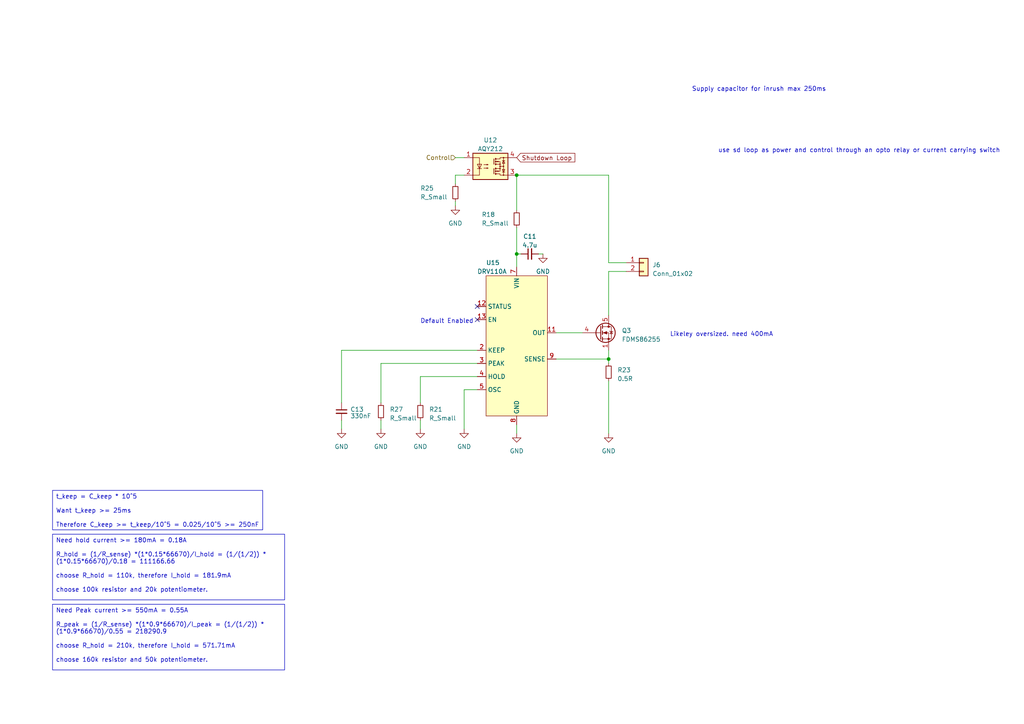
<source format=kicad_sch>
(kicad_sch (version 20230121) (generator eeschema)
  (paper "A4")
  (title_block (title "VehiclePrecharge") (date "2023-06-27") (rev "V1.0") (company "Niko Smith"))
  (lib_symbols
    (symbol "Connector_Generic:Conn_01x02" (pin_names (offset 1.016) hide)
      (property "Reference" "J" (at 0 2.54 0))
      (property "Value" "Conn_01x02" (at 0 -5.08 0))
      (symbol "Conn_01x02_1_1"
        (rectangle (start -1.27 -2.413) (end 0 -2.667) (stroke (width 0.1524)))
        (rectangle (start -1.27 0.127) (end 0 -0.127) (stroke (width 0.1524)))
        (rectangle (start -1.27 1.27) (end 1.27 -3.81) (stroke (width 0.254)) (fill (type background)))
        (pin passive line (at -5.08 0 0) (length 3.81) (name "Pin_1") (number "1"))
        (pin passive line (at -5.08 -2.54 0) (length 3.81) (name "Pin_2") (number "2"))
      )
    )
    (symbol "Device:C_Small" (pin_numbers hide) (pin_names (offset 0.254) hide)
      (property "Reference" "C" (at 0.254 1.778 0))
      (property "Value" "C_Small" (at 0.254 -2.032 0))
      (symbol "C_Small_0_1"
        (polyline (pts (xy -1.524 -0.508) (xy 1.524 -0.508)) (stroke (width 0.3302)))
        (polyline (pts (xy -1.524 0.508) (xy 1.524 0.508)) (stroke (width 0.3048)))
      )
      (symbol "C_Small_1_1"
        (pin passive line (at 0 2.54 270) (length 2.032) (name "~") (number "1"))
        (pin passive line (at 0 -2.54 90) (length 2.032) (name "~") (number "2"))
      )
    )
    (symbol "Device:R_Small" (pin_numbers hide) (pin_names (offset 0.254) hide)
      (property "Reference" "R" (at 0.762 0.508 0))
      (property "Value" "R_Small" (at 0.762 -1.016 0))
      (symbol "R_Small_0_1"
        (rectangle (start -0.762 1.778) (end 0.762 -1.778) (stroke (width 0.2032)))
      )
      (symbol "R_Small_1_1"
        (pin passive line (at 0 2.54 270) (length 0.762) (name "~") (number "1"))
        (pin passive line (at 0 -2.54 90) (length 0.762) (name "~") (number "2"))
      )
    )
    (symbol "Relay_SolidState:TLP175A"
      (property "Reference" "U5" (at 0 6.35 0))
      (property "Value" "TLP175A" (at 0 3.81 0))
      (symbol "TLP175A_0_1"
        (rectangle (start -5.08 3.81) (end 5.08 -3.81) (stroke (width 0.254)) (fill (type background)))
        (polyline (pts (xy -3.81 -0.635) (xy -2.54 -0.635)))
        (polyline (pts (xy 1.016 -0.635) (xy 1.016 -2.159)) (stroke (width 0.2032)))
        (polyline (pts (xy 1.016 2.159) (xy 1.016 0.635)) (stroke (width 0.2032)))
        (polyline (pts (xy 1.524 -0.508) (xy 1.524 -0.762)) (stroke (width 0.3556)))
        (polyline (pts (xy 2.794 0) (xy 3.81 0)))
        (polyline (pts (xy 3.429 -1.651) (xy 4.191 -1.651)))
        (polyline (pts (xy 3.429 1.651) (xy 4.191 1.651)))
        (polyline (pts (xy 3.81 -2.54) (xy 3.81 2.54)))
        (polyline (pts (xy 1.524 -2.032) (xy 1.524 -2.286) (xy 1.524 -2.286)) (stroke (width 0.3556)))
        (polyline (pts (xy 1.524 -1.27) (xy 1.524 -1.524) (xy 1.524 -1.524)) (stroke (width 0.3556)))
        (polyline (pts (xy 1.524 0.762) (xy 1.524 0.508) (xy 1.524 0.508)) (stroke (width 0.3556)))
        (polyline (pts (xy 1.524 1.524) (xy 1.524 1.27) (xy 1.524 1.27)) (stroke (width 0.3556)))
        (polyline (pts (xy 1.524 2.286) (xy 1.524 2.032) (xy 1.524 2.032)) (stroke (width 0.3556)))
        (polyline (pts (xy 1.651 -1.397) (xy 2.794 -1.397) (xy 2.794 -0.635)))
        (polyline (pts (xy 1.651 1.397) (xy 2.794 1.397) (xy 2.794 0.635)))
        (polyline (pts (xy -5.08 2.54) (xy -3.175 2.54) (xy -3.175 -2.54) (xy -5.08 -2.54)))
        (polyline (pts (xy -3.175 -0.635) (xy -3.81 0.635) (xy -2.54 0.635) (xy -3.175 -0.635)))
        (polyline (pts (xy 1.651 -2.159) (xy 2.794 -2.159) (xy 2.794 -2.54) (xy 5.08 -2.54)))
        (polyline (pts (xy 1.651 -0.635) (xy 2.794 -0.635) (xy 2.794 0.635) (xy 1.651 0.635)))
        (polyline (pts (xy 1.651 2.159) (xy 2.794 2.159) (xy 2.794 2.54) (xy 5.08 2.54)))
        (polyline (pts (xy 1.778 -1.397) (xy 2.286 -1.27) (xy 2.286 -1.524) (xy 1.778 -1.397)))
        (polyline (pts (xy 1.778 1.397) (xy 2.286 1.524) (xy 2.286 1.27) (xy 1.778 1.397)))
        (polyline (pts (xy 3.81 -1.651) (xy 3.429 -0.889) (xy 4.191 -0.889) (xy 3.81 -1.651)))
        (polyline (pts (xy 3.81 1.651) (xy 3.429 0.889) (xy 4.191 0.889) (xy 3.81 1.651)))
        (polyline (pts (xy -1.905 -0.508) (xy -0.635 -0.508) (xy -1.016 -0.635) (xy -1.016 -0.381) (xy -0.635 -0.508)))
        (polyline (pts (xy -1.905 0.508) (xy -0.635 0.508) (xy -1.016 0.381) (xy -1.016 0.635) (xy -0.635 0.508)))
        (circle (center 2.794 -0.635) (radius 0.127))
        (circle (center 2.794 0) (radius 0.127))
        (circle (center 2.794 0.635) (radius 0.127))
        (circle (center 3.81 -2.54) (radius 0.127))
        (circle (center 3.81 0) (radius 0.127))
        (circle (center 3.81 2.54) (radius 0.127))
      )
      (symbol "TLP175A_1_1"
        (pin passive line (at -7.62 2.54 0) (length 2.54) (name "~") (number "1"))
        (pin passive line (at -7.62 -2.54 0) (length 2.54) (name "") (number "2"))
        (pin passive line (at 7.62 -2.54 180) (length 2.54) (name "~") (number "3"))
        (pin passive line (at 7.62 2.54 180) (length 2.54) (name "~") (number "4"))
      )
    )
    (symbol "Transistor_FET:FDMS86255" (pin_names hide)
      (property "Reference" "Q" (at 5.08 1.905 0))
      (property "Value" "FDMS86255" (at 5.08 0 0))
      (symbol "FDMS86255_0_1"
        (polyline (pts (xy 0.254 0) (xy -2.54 0)))
        (polyline (pts (xy 0.254 1.905) (xy 0.254 -1.905)) (stroke (width 0.254)))
        (polyline (pts (xy 0.762 -1.27) (xy 0.762 -2.286)) (stroke (width 0.254)))
        (polyline (pts (xy 0.762 0.508) (xy 0.762 -0.508)) (stroke (width 0.254)))
        (polyline (pts (xy 0.762 2.286) (xy 0.762 1.27)) (stroke (width 0.254)))
        (polyline (pts (xy 2.54 2.54) (xy 2.54 1.778)))
        (polyline (pts (xy 2.54 -2.54) (xy 2.54 0) (xy 0.762 0)))
        (polyline (pts (xy 0.762 -1.778) (xy 3.302 -1.778) (xy 3.302 1.778) (xy 0.762 1.778)))
        (polyline (pts (xy 1.016 0) (xy 2.032 0.381) (xy 2.032 -0.381) (xy 1.016 0)) (fill (type outline)))
        (polyline (pts (xy 2.794 0.508) (xy 2.921 0.381) (xy 3.683 0.381) (xy 3.81 0.254)))
        (polyline (pts (xy 3.302 0.381) (xy 2.921 -0.254) (xy 3.683 -0.254) (xy 3.302 0.381)))
        (circle (center 1.651 0) (radius 2.794) (stroke (width 0.254)))
        (circle (center 2.54 -1.778) (radius 0.254) (fill (type outline)))
        (circle (center 2.54 1.778) (radius 0.254) (fill (type outline)))
      )
      (symbol "FDMS86255_1_1"
        (pin passive line (at 2.54 -5.08 90) (length 2.54) (name "S") (number "1"))
        (pin passive line (at 2.54 -5.08 90) (length 2.54) hide (name "S") (number "2"))
        (pin passive line (at 2.54 -5.08 90) (length 2.54) hide (name "S") (number "3"))
        (pin passive line (at -5.08 0 0) (length 2.54) (name "G") (number "4"))
        (pin passive line (at 2.54 5.08 270) (length 2.54) (name "D") (number "5"))
      )
    )
    (symbol "UCM:DRV110A"
      (property "Reference" "U2" (at -7.62 24.13 0))
      (property "Value" "DRV110A" (at -7.62 21.59 0))
      (symbol "DRV110A_0_1"
        (rectangle (start -8.89 20.32) (end 8.89 -20.32) (fill (type background)))
      )
      (symbol "DRV110A_1_1"
        (pin no_connect line (at 7.62 -22.86 90) (length 2.54) hide (name "") (number "1"))
        (pin no_connect line (at 7.62 -22.86 90) (length 2.54) hide (name "") (number "10"))
        (pin output line (at 11.43 3.81 180) (length 2.54) (name "OUT") (number "11"))
        (pin open_collector line (at -11.43 11.43 0) (length 2.54) (name "STATUS") (number "12"))
        (pin input line (at -11.43 7.62 0) (length 2.54) (name "EN") (number "13"))
        (pin no_connect line (at 7.62 -22.86 90) (length 2.54) hide (name "") (number "14"))
        (pin input line (at -11.43 -1.27 0) (length 2.54) (name "KEEP") (number "2"))
        (pin input line (at -11.43 -5.08 0) (length 2.54) (name "PEAK") (number "3"))
        (pin input line (at -11.43 -8.89 0) (length 2.54) (name "HOLD") (number "4"))
        (pin input line (at -11.43 -12.7 0) (length 2.54) (name "OSC") (number "5"))
        (pin power_in line (at 0 22.86 270) (length 2.54) (name "VIN") (number "7"))
        (pin power_in line (at 0 -22.86 90) (length 2.54) (name "GND") (number "8"))
        (pin input line (at 11.43 -3.81 180) (length 2.54) (name "SENSE") (number "9"))
      )
    )
    (symbol "power:GND" (power) (pin_names (offset 0))
      (property "Value" "GND" (at 0 -3.81 0))
      (symbol "GND_0_1"
        (polyline (pts (xy 0 0) (xy 0 -1.27) (xy 1.27 -1.27) (xy 0 -2.54) (xy -1.27 -1.27) (xy 0 -1.27)))
      )
      (symbol "GND_1_1"
        (pin power_in line (at 0 0 270) (length 0) hide (name "GND") (number "1"))
      )
    )
  )
  (junction (at 149.86 73.66))
  (junction (at 149.86 50.8))
  (junction (at 176.53 104.14))
  (no_connect (at 138.43 88.9))
  (no_connect (at 138.43 92.71))
  (wire (pts (xy 132.08 45.72) (xy 134.62 45.72)))
  (wire (pts (xy 176.53 125.73) (xy 176.53 110.49)))
  (wire (pts (xy 134.62 113.03) (xy 134.62 124.46)))
  (wire (pts (xy 176.53 104.14) (xy 176.53 101.6)))
  (wire (pts (xy 110.49 124.46) (xy 110.49 121.92)))
  (wire (pts (xy 138.43 109.22) (xy 121.92 109.22)))
  (wire (pts (xy 138.43 105.41) (xy 110.49 105.41)))
  (wire (pts (xy 138.43 101.6) (xy 99.06 101.6)))
  (wire (pts (xy 156.21 73.66) (xy 157.48 73.66)))
  (wire (pts (xy 134.62 50.8) (xy 132.08 50.8)))
  (wire (pts (xy 149.86 123.19) (xy 149.86 125.73)))
  (wire (pts (xy 176.53 50.8) (xy 176.53 76.2)))
  (wire (pts (xy 149.86 77.47) (xy 149.86 73.66)))
  (wire (pts (xy 149.86 73.66) (xy 151.13 73.66)))
  (wire (pts (xy 176.53 76.2) (xy 181.61 76.2)))
  (wire (pts (xy 161.29 96.52) (xy 168.91 96.52)))
  (wire (pts (xy 99.06 124.46) (xy 99.06 121.92)))
  (wire (pts (xy 176.53 78.74) (xy 176.53 91.44)))
  (wire (pts (xy 132.08 50.8) (xy 132.08 53.34)))
  (wire (pts (xy 149.86 60.96) (xy 149.86 50.8)))
  (wire (pts (xy 176.53 104.14) (xy 176.53 105.41)))
  (wire (pts (xy 99.06 101.6) (xy 99.06 116.84)))
  (wire (pts (xy 132.08 58.42) (xy 132.08 59.69)))
  (wire (pts (xy 149.86 66.04) (xy 149.86 73.66)))
  (wire (pts (xy 121.92 124.46) (xy 121.92 121.92)))
  (wire (pts (xy 134.62 113.03) (xy 138.43 113.03)))
  (wire (pts (xy 161.29 104.14) (xy 176.53 104.14)))
  (wire (pts (xy 121.92 109.22) (xy 121.92 116.84)))
  (wire (pts (xy 110.49 105.41) (xy 110.49 116.84)))
  (wire (pts (xy 149.86 50.8) (xy 176.53 50.8)))
  (wire (pts (xy 176.53 78.74) (xy 181.61 78.74)))
  (text_box "Need hold current >= 180mA = 0.18A\n\nR_hold = (1/R_sense) *(1*0.15*66670)/I_hold = (1/(1/2)) * (1*0.15*66670)/0.18 = 111166.66\n\nchoose R_hold = 110k, therefore I_hold = 181.9mA\n\nchoose 100k resistor and 20k potentiometer.\n\n\n" (at 15.24 154.94 0) (size 67.31 19.05) (effects (font (size 1.27 1.27)) (justify left top)))
  (text_box "t_keep = C_keep * 10^5\n\nWant t_keep >= 25ms\n\nTherefore C_keep >= t_keep/10^5 = 0.025/10^5 >= 250nF" (at 15.24 142.24 0) (size 60.96 11.43) (effects (font (size 1.27 1.27)) (justify left top)))
  (text_box "Need Peak current >= 550mA = 0.55A\n\nR_peak = (1/R_sense) *(1*0.9*66670)/I_peak = (1/(1/2)) * (1*0.9*66670)/0.55 = 218290.9\n\nchoose R_hold = 210k, therefore I_hold = 571.71mA\n\nchoose 160k resistor and 50k potentiometer.\n\n\n" (at 15.24 175.26 0) (size 67.31 19.05) (effects (font (size 1.27 1.27)) (justify left top)))
  (text "Supply capacitor for inrush max 250ms\n" (at 200.66 26.67 0) (effects (font (size 1.27 1.27)) (justify left bottom)))
  (text "use sd loop as power and control through an opto relay or current carrying switch" (at 208.28 44.45 0) (effects (font (size 1.27 1.27)) (justify left bottom)))
  (text "Default Enabled" (at 121.92 93.98 0) (effects (font (size 1.27 1.27)) (justify left bottom)))
  (text "Likeley oversized. need 400mA" (at 194.31 97.79 0) (effects (font (size 1.27 1.27)) (justify left bottom)))
  (global_label "Shutdown Loop" (shape input) (at 149.86 45.72 0) (property "Intersheetrefs" "${INTERSHEET_REFS}" (effects hide)))
  (hierarchical_label "Control" (shape input) (at 132.08 45.72 180))
  (symbol (lib_id "power:GND") (at 134.62 124.46 0) (unit 1)
    (property "Reference" "#PWR037" (effects hide))
    (property "Value" "GND" (at 134.62 129.54 0))
    (instances (project "VehiclePrecharge_PCB" (path "" (reference "#PWR037") (unit 1)) (path "" (reference "#PWR038") (unit 1))))
  )
  (symbol (lib_id "power:GND") (at 157.48 73.66 0) (unit 1)
    (property "Reference" "#PWR031" (effects hide))
    (property "Value" "GND" (at 157.48 78.74 0))
    (instances (project "VehiclePrecharge_PCB" (path "" (reference "#PWR031") (unit 1)) (path "" (reference "#PWR032") (unit 1))))
  )
  (symbol (lib_id "Device:R_Small") (at 149.86 63.5 180) (unit 1)
    (property "Reference" "R18" (at 139.7 62.23 0) (effects (justify right)))
    (property "Value" "R_Small" (at 139.7 64.77 0) (effects (justify right)))
    (instances (project "VehiclePrecharge_PCB" (path "" (reference "R18") (unit 1)) (path "" (reference "R20") (unit 1))))
  )
  (symbol (lib_id "Device:C_Small") (at 153.67 73.66 90) (unit 1)
    (property "Reference" "C11" (at 153.6763 68.58 90))
    (property "Value" "4.7u" (at 153.6763 71.12 90))
    (instances (project "VehiclePrecharge_PCB" (path "" (reference "C11") (unit 1)) (path "" (reference "C12") (unit 1))))
  )
  (symbol (lib_id "Device:C_Small") (at 99.06 119.38 0) (unit 1)
    (property "Reference" "C13" (at 101.6 118.7513 0) (effects (justify left)))
    (property "Value" "330nF" (at 101.6 120.65 0) (effects (justify left)))
    (instances (project "VehiclePrecharge_PCB" (path "" (reference "C13") (unit 1)) (path "" (reference "C14") (unit 1))))
  )
  (symbol (lib_id "Device:R_Small") (at 176.53 107.95 0) (unit 1)
    (property "Reference" "R23" (at 179.07 107.315 0) (effects (justify left)))
    (property "Value" "0.5R" (at 179.07 109.855 0) (effects (justify left)))
    (instances (project "VehiclePrecharge_PCB" (path "" (reference "R23") (unit 1)) (path "" (reference "R24") (unit 1))))
  )
  (symbol (lib_id "power:GND") (at 110.49 124.46 0) (unit 1)
    (property "Reference" "#PWR047" (effects hide))
    (property "Value" "GND" (at 110.49 129.54 0))
    (instances (project "VehiclePrecharge_PCB" (path "" (reference "#PWR047") (unit 1)) (path "" (reference "#PWR048") (unit 1))))
  )
  (symbol (lib_id "power:GND") (at 132.08 59.69 0) (unit 1)
    (property "Reference" "#PWR045" (effects hide))
    (property "Value" "GND" (at 132.08 64.77 0))
    (instances (project "VehiclePrecharge_PCB" (path "" (reference "#PWR045") (unit 1)) (path "" (reference "#PWR046") (unit 1))))
  )
  (symbol (lib_id "Device:R_Small") (at 132.08 55.88 180) (unit 1)
    (property "Reference" "R25" (at 121.92 54.61 0) (effects (justify right)))
    (property "Value" "R_Small" (at 121.92 57.15 0) (effects (justify right)))
    (instances (project "VehiclePrecharge_PCB" (path "" (reference "R25") (unit 1)) (path "" (reference "R26") (unit 1))))
  )
  (symbol (lib_id "UCM:DRV110A") (at 149.86 100.33 0) (unit 1)
    (property "Reference" "U15" (at 140.97 76.2 0) (effects (justify left)))
    (property "Value" "DRV110A" (at 138.43 78.74 0) (effects (justify left)))
    (property "Footprint" "Package_SO:TSSOP-14_4.4x5mm_P0.65mm" (effects hide))
    (instances (project "VehiclePrecharge_PCB" (path "" (reference "U15") (unit 1)) (path "" (reference "U16") (unit 1))))
  )
  (symbol (lib_id "power:GND") (at 121.92 124.46 0) (unit 1)
    (property "Reference" "#PWR039" (effects hide))
    (property "Value" "GND" (at 121.92 129.54 0))
    (instances (project "VehiclePrecharge_PCB" (path "" (reference "#PWR039") (unit 1)) (path "" (reference "#PWR040") (unit 1))))
  )
  (symbol (lib_id "power:GND") (at 149.86 125.73 0) (unit 1)
    (property "Reference" "#PWR049" (effects hide))
    (property "Value" "GND" (at 149.86 130.81 0))
    (instances (project "VehiclePrecharge_PCB" (path "" (reference "#PWR049") (unit 1)) (path "" (reference "#PWR050") (unit 1))))
  )
  (symbol (lib_id "Device:R_Small") (at 110.49 119.38 0) (unit 1)
    (property "Reference" "R27" (at 113.03 118.745 0) (effects (justify left)))
    (property "Value" "R_Small" (at 113.03 121.285 0) (effects (justify left)))
    (instances (project "VehiclePrecharge_PCB" (path "" (reference "R27") (unit 1)) (path "" (reference "R28") (unit 1))))
  )
  (symbol (lib_id "power:GND") (at 99.06 124.46 0) (unit 1)
    (property "Reference" "#PWR041" (effects hide))
    (property "Value" "GND" (at 99.06 129.54 0))
    (instances (project "VehiclePrecharge_PCB" (path "" (reference "#PWR041") (unit 1)) (path "" (reference "#PWR042") (unit 1))))
  )
  (symbol (lib_id "Device:R_Small") (at 121.92 119.38 0) (unit 1)
    (property "Reference" "R21" (at 124.46 118.745 0) (effects (justify left)))
    (property "Value" "R_Small" (at 124.46 121.285 0) (effects (justify left)))
    (instances (project "VehiclePrecharge_PCB" (path "" (reference "R21") (unit 1)) (path "" (reference "R22") (unit 1))))
  )
  (symbol (lib_id "power:GND") (at 176.53 125.73 0) (unit 1)
    (property "Reference" "#PWR043" (effects hide))
    (property "Value" "GND" (at 176.53 130.81 0))
    (instances (project "VehiclePrecharge_PCB" (path "" (reference "#PWR043") (unit 1)) (path "" (reference "#PWR044") (unit 1))))
  )
  (symbol (lib_id "Connector_Generic:Conn_01x02") (at 186.69 76.2 0) (unit 1)
    (property "Reference" "J6" (at 189.23 76.835 0) (effects (justify left)))
    (property "Value" "Conn_01x02" (at 189.23 79.375 0) (effects (justify left)))
    (instances (project "VehiclePrecharge_PCB" (path "" (reference "J6") (unit 1)) (path "" (reference "J7") (unit 1))))
  )
  (symbol (lib_id "Transistor_FET:FDMS86255") (at 173.99 96.52 0) (unit 1)
    (property "Reference" "Q3" (at 180.34 95.885 0) (effects (justify left)))
    (property "Value" "FDMS86255" (at 180.34 98.425 0) (effects (justify left)))
    (property "Footprint" "Package_TO_SOT_SMD:TDSON-8-1" (effects hide))
    (property "Datasheet" "https://www.onsemi.com/pub/Collateral/FDMS86255-D.pdf" (effects hide))
    (instances (project "VehiclePrecharge_PCB" (path "" (reference "Q3") (unit 1)) (path "" (reference "Q4") (unit 1))) (project "VehicleJunctionBoxMotherboard_PCB" (path "" (reference "Q4") (unit 1))))
  )
  (symbol (lib_id "Relay_SolidState:TLP175A") (at 142.24 48.26 0) (unit 1)
    (property "Reference" "U12" (at 142.24 40.64 0))
    (property "Value" "AQY212" (at 142.24 43.18 0))
    (property "Footprint" "Package_SO:SOP-4_3.8x4.1mm_P2.54mm" (effects hide))
    (property "Datasheet" "https://toshiba.semicon-storage.com/info/docget.jsp?did=13665&prodName=TLP175A" (effects hide))
    (instances (project "VehiclePrecharge_PCB" (path "" (reference "U12") (unit 1)) (path "" (reference "U13") (unit 1)) (path "" (reference "U14") (unit 1))) (project "Precharge" (path "" (reference "U5") (unit 1))))
  )
)
</source>
